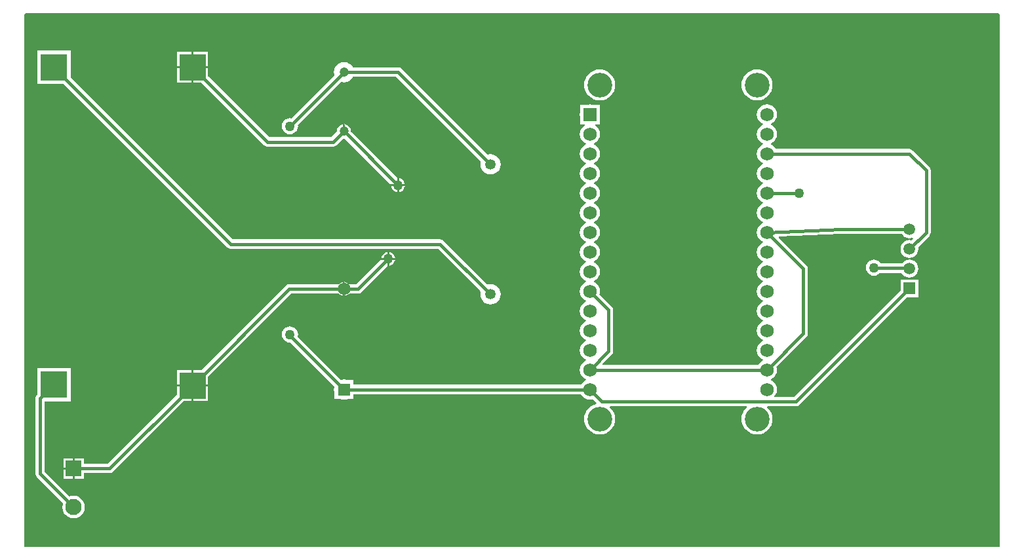
<source format=gbl>
G04*
G04 #@! TF.GenerationSoftware,Altium Limited,Altium Designer,24.1.2 (44)*
G04*
G04 Layer_Physical_Order=2*
G04 Layer_Color=16711680*
%FSLAX44Y44*%
%MOMM*%
G71*
G04*
G04 #@! TF.SameCoordinates,79612F31-D5A8-4C31-8A46-0FB93C1D3082*
G04*
G04*
G04 #@! TF.FilePolarity,Positive*
G04*
G01*
G75*
%ADD26C,0.4000*%
%ADD27C,1.3500*%
%ADD28R,1.5000X1.5000*%
%ADD29C,1.5000*%
%ADD30C,1.2000*%
%ADD31R,1.6500X1.6500*%
%ADD32C,1.6500*%
%ADD33R,2.1000X2.1000*%
%ADD34C,2.1000*%
%ADD35R,1.7526X1.7526*%
%ADD36C,1.7526*%
%ADD37C,3.2000*%
%ADD38R,3.5000X3.5000*%
%ADD39C,1.2700*%
G36*
X1259840Y688122D02*
Y0D01*
X0D01*
Y688122D01*
X1488Y689610D01*
X1258352D01*
X1259840Y688122D01*
D02*
G37*
%LPC*%
G36*
X237210Y639800D02*
X218440D01*
Y621030D01*
X237210D01*
Y639800D01*
D02*
G37*
G36*
X215900D02*
X197130D01*
Y621030D01*
X215900D01*
Y639800D01*
D02*
G37*
G36*
Y618490D02*
X197130D01*
Y599720D01*
X215900D01*
Y618490D01*
D02*
G37*
G36*
X946150Y616997D02*
X942229Y616611D01*
X938459Y615467D01*
X934985Y613610D01*
X931939Y611111D01*
X929440Y608065D01*
X927583Y604591D01*
X926439Y600821D01*
X926053Y596900D01*
X926439Y592979D01*
X927583Y589209D01*
X929440Y585735D01*
X931939Y582689D01*
X934985Y580190D01*
X938459Y578333D01*
X942229Y577189D01*
X946150Y576803D01*
X950071Y577189D01*
X953841Y578333D01*
X957315Y580190D01*
X960361Y582689D01*
X962860Y585735D01*
X964717Y589209D01*
X965861Y592979D01*
X966247Y596900D01*
X965861Y600821D01*
X964717Y604591D01*
X962860Y608065D01*
X960361Y611111D01*
X957315Y613610D01*
X953841Y615467D01*
X950071Y616611D01*
X946150Y616997D01*
D02*
G37*
G36*
X742950D02*
X739029Y616611D01*
X735259Y615467D01*
X731785Y613610D01*
X728739Y611111D01*
X726240Y608065D01*
X724383Y604591D01*
X723239Y600821D01*
X722853Y596900D01*
X723239Y592979D01*
X724383Y589209D01*
X726240Y585735D01*
X728739Y582689D01*
X731785Y580190D01*
X735259Y578333D01*
X739029Y577189D01*
X742950Y576803D01*
X746871Y577189D01*
X750641Y578333D01*
X754115Y580190D01*
X757161Y582689D01*
X759660Y585735D01*
X761517Y589209D01*
X762661Y592979D01*
X763047Y596900D01*
X762661Y600821D01*
X761517Y604591D01*
X759660Y608065D01*
X757161Y611111D01*
X754115Y613610D01*
X750641Y615467D01*
X746871Y616611D01*
X742950Y616997D01*
D02*
G37*
G36*
X412750Y626522D02*
X409356Y626075D01*
X406194Y624766D01*
X403478Y622682D01*
X401395Y619966D01*
X400085Y616804D01*
X399638Y613410D01*
X400085Y610016D01*
X400266Y609578D01*
X344480Y553791D01*
X342900Y553999D01*
X340198Y553644D01*
X337680Y552601D01*
X335518Y550942D01*
X333859Y548780D01*
X332816Y546262D01*
X332461Y543560D01*
X332816Y540858D01*
X333859Y538340D01*
X335518Y536178D01*
X337680Y534519D01*
X340198Y533476D01*
X342900Y533121D01*
X345602Y533476D01*
X348120Y534519D01*
X350282Y536178D01*
X351941Y538340D01*
X352984Y540858D01*
X353339Y543560D01*
X353131Y545140D01*
X408918Y600926D01*
X409356Y600745D01*
X412750Y600298D01*
X416144Y600745D01*
X419306Y602054D01*
X422022Y604138D01*
X424105Y606854D01*
X424287Y607293D01*
X480246D01*
X589496Y498042D01*
X589315Y497603D01*
X588868Y494210D01*
X589315Y490816D01*
X590625Y487654D01*
X592708Y484938D01*
X595424Y482854D01*
X598586Y481544D01*
X601980Y481098D01*
X605374Y481544D01*
X608536Y482854D01*
X611252Y484938D01*
X613335Y487654D01*
X614645Y490816D01*
X615092Y494210D01*
X614645Y497603D01*
X613335Y500766D01*
X611252Y503481D01*
X608536Y505565D01*
X605374Y506875D01*
X601980Y507322D01*
X598586Y506875D01*
X598148Y506693D01*
X487106Y617736D01*
X485121Y619062D01*
X482780Y619528D01*
X424287D01*
X424105Y619966D01*
X422022Y622682D01*
X419306Y624766D01*
X416144Y626075D01*
X412750Y626522D01*
D02*
G37*
G36*
X483870Y476160D02*
Y468630D01*
X491399D01*
X491261Y469681D01*
X490365Y471843D01*
X488940Y473700D01*
X487083Y475125D01*
X484921Y476021D01*
X483870Y476160D01*
D02*
G37*
G36*
X237210Y618490D02*
X218440D01*
Y599720D01*
X228559D01*
X309364Y518914D01*
X311349Y517588D01*
X313690Y517122D01*
X398780D01*
X401121Y517588D01*
X403106Y518914D01*
X412373Y528182D01*
X412750Y528132D01*
X413127Y528182D01*
X472678Y468630D01*
X481330D01*
Y477281D01*
X421778Y536833D01*
X421828Y537210D01*
X421518Y539560D01*
X420611Y541749D01*
X419169Y543629D01*
X417289Y545071D01*
X415099Y545978D01*
X412750Y546288D01*
X410401Y545978D01*
X408211Y545071D01*
X406331Y543629D01*
X404888Y541749D01*
X403982Y539560D01*
X403672Y537210D01*
X403722Y536833D01*
X396246Y529357D01*
X316224D01*
X237210Y608372D01*
Y618490D01*
D02*
G37*
G36*
X491399Y466090D02*
X483870D01*
Y458560D01*
X484921Y458699D01*
X487083Y459595D01*
X488940Y461020D01*
X490365Y462877D01*
X491261Y465039D01*
X491399Y466090D01*
D02*
G37*
G36*
X481330D02*
X473801D01*
X473939Y465039D01*
X474835Y462877D01*
X476260Y461020D01*
X478117Y459595D01*
X480279Y458699D01*
X481330Y458560D01*
Y466090D01*
D02*
G37*
G36*
X471170Y380910D02*
Y373380D01*
X478699D01*
X478561Y374431D01*
X477665Y376593D01*
X476240Y378450D01*
X474383Y379875D01*
X472221Y380771D01*
X471170Y380910D01*
D02*
G37*
G36*
X468630D02*
X467579Y380771D01*
X465417Y379875D01*
X463560Y378450D01*
X462135Y376593D01*
X461239Y374431D01*
X461101Y373380D01*
X468630D01*
Y380910D01*
D02*
G37*
G36*
X478699Y370840D02*
X471170D01*
Y363311D01*
X472221Y363449D01*
X474383Y364345D01*
X476240Y365770D01*
X477665Y367627D01*
X478561Y369789D01*
X478699Y370840D01*
D02*
G37*
G36*
X1097280Y371119D02*
X1094578Y370764D01*
X1092060Y369721D01*
X1089898Y368062D01*
X1088239Y365900D01*
X1087196Y363382D01*
X1086841Y360680D01*
X1087196Y357978D01*
X1088239Y355460D01*
X1089898Y353298D01*
X1092060Y351639D01*
X1094578Y350596D01*
X1097280Y350241D01*
X1099982Y350596D01*
X1102500Y351639D01*
X1104662Y353298D01*
X1105145Y353927D01*
X1132823D01*
X1132955Y353610D01*
X1134798Y351208D01*
X1137200Y349365D01*
X1139998Y348206D01*
X1143000Y347811D01*
X1146002Y348206D01*
X1148800Y349365D01*
X1151202Y351208D01*
X1153045Y353610D01*
X1154204Y356408D01*
X1154599Y359410D01*
X1154204Y362412D01*
X1153045Y365210D01*
X1151202Y367612D01*
X1148800Y369455D01*
X1146002Y370614D01*
X1143000Y371009D01*
X1139998Y370614D01*
X1137200Y369455D01*
X1134798Y367612D01*
X1133686Y366162D01*
X1106119D01*
X1104662Y368062D01*
X1102500Y369721D01*
X1099982Y370764D01*
X1097280Y371119D01*
D02*
G37*
G36*
X468630Y370840D02*
X459978D01*
X428456Y339318D01*
X419400D01*
X419169Y339619D01*
X417289Y341062D01*
X415099Y341969D01*
X412750Y342278D01*
X410401Y341969D01*
X408211Y341062D01*
X406331Y339619D01*
X406100Y339318D01*
X342090D01*
X339749Y338852D01*
X337765Y337526D01*
X228559Y228320D01*
X218440D01*
Y209550D01*
X237210D01*
Y219669D01*
X344624Y327083D01*
X406100D01*
X406331Y326781D01*
X408211Y325339D01*
X410401Y324432D01*
X412750Y324123D01*
X415099Y324432D01*
X417289Y325339D01*
X419169Y326781D01*
X419400Y327083D01*
X430990D01*
X433331Y327548D01*
X435316Y328875D01*
X468630Y362188D01*
Y370840D01*
D02*
G37*
G36*
X59600Y641260D02*
X16600D01*
Y598260D01*
X50949D01*
X262374Y386834D01*
X264359Y385508D01*
X266700Y385042D01*
X534496D01*
X589496Y330042D01*
X589315Y329604D01*
X588868Y326210D01*
X589315Y322817D01*
X590625Y319654D01*
X592708Y316938D01*
X595424Y314855D01*
X598586Y313545D01*
X601980Y313098D01*
X605374Y313545D01*
X608536Y314855D01*
X611252Y316938D01*
X613335Y319654D01*
X614645Y322817D01*
X615092Y326210D01*
X614645Y329604D01*
X613335Y332766D01*
X611252Y335482D01*
X608536Y337566D01*
X605374Y338876D01*
X601980Y339322D01*
X598586Y338876D01*
X598148Y338694D01*
X541356Y395486D01*
X539371Y396812D01*
X537030Y397277D01*
X269234D01*
X59600Y606912D01*
Y641260D01*
D02*
G37*
G36*
X958850Y571912D02*
X955456Y571465D01*
X952294Y570155D01*
X949578Y568072D01*
X947495Y565356D01*
X946185Y562194D01*
X945738Y558800D01*
X946185Y555406D01*
X947495Y552244D01*
X949578Y549528D01*
X952294Y547444D01*
X953881Y546787D01*
Y545413D01*
X952294Y544756D01*
X949578Y542672D01*
X947495Y539956D01*
X946185Y536794D01*
X945738Y533400D01*
X946185Y530006D01*
X947495Y526844D01*
X949578Y524128D01*
X952294Y522044D01*
X953881Y521387D01*
Y520013D01*
X952294Y519356D01*
X949578Y517272D01*
X947495Y514556D01*
X946185Y511394D01*
X945738Y508000D01*
X946185Y504606D01*
X947495Y501444D01*
X949578Y498728D01*
X952294Y496645D01*
X953881Y495987D01*
Y494613D01*
X952294Y493955D01*
X949578Y491872D01*
X947495Y489156D01*
X946185Y485994D01*
X945738Y482600D01*
X946185Y479206D01*
X947495Y476044D01*
X949578Y473328D01*
X952294Y471245D01*
X953881Y470587D01*
Y469213D01*
X952294Y468555D01*
X949578Y466472D01*
X947495Y463756D01*
X946185Y460594D01*
X945738Y457200D01*
X946185Y453806D01*
X947495Y450644D01*
X949578Y447928D01*
X952294Y445844D01*
X953881Y445187D01*
Y443813D01*
X952294Y443156D01*
X949578Y441072D01*
X947495Y438356D01*
X946185Y435194D01*
X945738Y431800D01*
X946185Y428406D01*
X947495Y425244D01*
X949578Y422528D01*
X952294Y420444D01*
X953881Y419787D01*
Y418413D01*
X952294Y417756D01*
X949578Y415672D01*
X947495Y412956D01*
X946185Y409794D01*
X945738Y406400D01*
X946185Y403006D01*
X947495Y399844D01*
X949578Y397128D01*
X952294Y395045D01*
X953881Y394387D01*
Y393013D01*
X952294Y392355D01*
X949578Y390272D01*
X947495Y387556D01*
X946185Y384394D01*
X945738Y381000D01*
X946185Y377606D01*
X947495Y374444D01*
X949578Y371728D01*
X952294Y369645D01*
X953881Y368987D01*
Y367613D01*
X952294Y366955D01*
X949578Y364872D01*
X947495Y362156D01*
X946185Y358994D01*
X945738Y355600D01*
X946185Y352206D01*
X947495Y349044D01*
X949578Y346328D01*
X952294Y344244D01*
X953881Y343587D01*
Y342213D01*
X952294Y341555D01*
X949578Y339472D01*
X947495Y336756D01*
X946185Y333594D01*
X945738Y330200D01*
X946185Y326806D01*
X947495Y323644D01*
X949578Y320928D01*
X952294Y318845D01*
X953881Y318187D01*
Y316813D01*
X952294Y316155D01*
X949578Y314072D01*
X947495Y311356D01*
X946185Y308194D01*
X945738Y304800D01*
X946185Y301406D01*
X947495Y298244D01*
X949578Y295528D01*
X952294Y293444D01*
X953881Y292787D01*
Y291413D01*
X952294Y290756D01*
X949578Y288672D01*
X947495Y285956D01*
X946185Y282794D01*
X945738Y279400D01*
X946185Y276006D01*
X947495Y272844D01*
X949578Y270128D01*
X952294Y268044D01*
X953881Y267387D01*
Y266013D01*
X952294Y265355D01*
X949578Y263272D01*
X947495Y260556D01*
X946185Y257394D01*
X945738Y254000D01*
X946185Y250606D01*
X947495Y247444D01*
X949578Y244728D01*
X952294Y242645D01*
X953881Y241987D01*
Y240613D01*
X952294Y239956D01*
X949578Y237872D01*
X947495Y235156D01*
X947313Y234718D01*
X746678D01*
X746192Y235891D01*
X758706Y248404D01*
X760032Y250389D01*
X760498Y252730D01*
Y306070D01*
X760032Y308411D01*
X758706Y310396D01*
X742734Y326368D01*
X742915Y326806D01*
X743362Y330200D01*
X742915Y333594D01*
X741606Y336756D01*
X739522Y339472D01*
X736806Y341555D01*
X735219Y342213D01*
Y343587D01*
X736806Y344244D01*
X739522Y346328D01*
X741606Y349044D01*
X742915Y352206D01*
X743362Y355600D01*
X742915Y358994D01*
X741606Y362156D01*
X739522Y364872D01*
X736806Y366955D01*
X735219Y367613D01*
Y368987D01*
X736806Y369645D01*
X739522Y371728D01*
X741606Y374444D01*
X742915Y377606D01*
X743362Y381000D01*
X742915Y384394D01*
X741606Y387556D01*
X739522Y390272D01*
X736806Y392355D01*
X735219Y393013D01*
Y394387D01*
X736806Y395045D01*
X739522Y397128D01*
X741606Y399844D01*
X742915Y403006D01*
X743362Y406400D01*
X742915Y409794D01*
X741606Y412956D01*
X739522Y415672D01*
X736806Y417756D01*
X735219Y418413D01*
Y419787D01*
X736806Y420444D01*
X739522Y422528D01*
X741606Y425244D01*
X742915Y428406D01*
X743362Y431800D01*
X742915Y435194D01*
X741606Y438356D01*
X739522Y441072D01*
X736806Y443156D01*
X735219Y443813D01*
Y445187D01*
X736806Y445844D01*
X739522Y447928D01*
X741606Y450644D01*
X742915Y453806D01*
X743362Y457200D01*
X742915Y460594D01*
X741606Y463756D01*
X739522Y466472D01*
X736806Y468555D01*
X735219Y469213D01*
Y470587D01*
X736806Y471245D01*
X739522Y473328D01*
X741606Y476044D01*
X742915Y479206D01*
X743362Y482600D01*
X742915Y485994D01*
X741606Y489156D01*
X739522Y491872D01*
X736806Y493955D01*
X735219Y494613D01*
Y495987D01*
X736806Y496645D01*
X739522Y498728D01*
X741606Y501444D01*
X742915Y504606D01*
X743362Y508000D01*
X742915Y511394D01*
X741606Y514556D01*
X739522Y517272D01*
X736806Y519356D01*
X735219Y520013D01*
Y521387D01*
X736806Y522044D01*
X739522Y524128D01*
X741606Y526844D01*
X742915Y530006D01*
X743362Y533400D01*
X742915Y536794D01*
X741606Y539956D01*
X739522Y542672D01*
X736806Y544756D01*
X736719Y544791D01*
X736967Y546037D01*
X743013D01*
Y556148D01*
X743362Y558800D01*
X743013Y561452D01*
Y571563D01*
X732902D01*
X730250Y571912D01*
X727598Y571563D01*
X717487D01*
Y561452D01*
X717138Y558800D01*
X717487Y556148D01*
Y546037D01*
X723533D01*
X723781Y544791D01*
X723694Y544756D01*
X720978Y542672D01*
X718895Y539956D01*
X717585Y536794D01*
X717138Y533400D01*
X717585Y530006D01*
X718895Y526844D01*
X720978Y524128D01*
X723694Y522044D01*
X725281Y521387D01*
Y520013D01*
X723694Y519356D01*
X720978Y517272D01*
X718895Y514556D01*
X717585Y511394D01*
X717138Y508000D01*
X717585Y504606D01*
X718895Y501444D01*
X720978Y498728D01*
X723694Y496645D01*
X725281Y495987D01*
Y494613D01*
X723694Y493955D01*
X720978Y491872D01*
X718895Y489156D01*
X717585Y485994D01*
X717138Y482600D01*
X717585Y479206D01*
X718895Y476044D01*
X720978Y473328D01*
X723694Y471245D01*
X725281Y470587D01*
Y469213D01*
X723694Y468555D01*
X720978Y466472D01*
X718895Y463756D01*
X717585Y460594D01*
X717138Y457200D01*
X717585Y453806D01*
X718895Y450644D01*
X720978Y447928D01*
X723694Y445844D01*
X725281Y445187D01*
Y443813D01*
X723694Y443156D01*
X720978Y441072D01*
X718895Y438356D01*
X717585Y435194D01*
X717138Y431800D01*
X717585Y428406D01*
X718895Y425244D01*
X720978Y422528D01*
X723694Y420444D01*
X725281Y419787D01*
Y418413D01*
X723694Y417756D01*
X720978Y415672D01*
X718895Y412956D01*
X717585Y409794D01*
X717138Y406400D01*
X717585Y403006D01*
X718895Y399844D01*
X720978Y397128D01*
X723694Y395045D01*
X725281Y394387D01*
Y393013D01*
X723694Y392355D01*
X720978Y390272D01*
X718895Y387556D01*
X717585Y384394D01*
X717138Y381000D01*
X717585Y377606D01*
X718895Y374444D01*
X720978Y371728D01*
X723694Y369645D01*
X725281Y368987D01*
Y367613D01*
X723694Y366955D01*
X720978Y364872D01*
X718895Y362156D01*
X717585Y358994D01*
X717138Y355600D01*
X717585Y352206D01*
X718895Y349044D01*
X720978Y346328D01*
X723694Y344244D01*
X725281Y343587D01*
Y342213D01*
X723694Y341555D01*
X720978Y339472D01*
X718895Y336756D01*
X717585Y333594D01*
X717138Y330200D01*
X717585Y326806D01*
X718895Y323644D01*
X720978Y320928D01*
X723694Y318845D01*
X725281Y318187D01*
Y316813D01*
X723694Y316155D01*
X720978Y314072D01*
X718895Y311356D01*
X717585Y308194D01*
X717138Y304800D01*
X717585Y301406D01*
X718895Y298244D01*
X720978Y295528D01*
X723694Y293444D01*
X725281Y292787D01*
Y291413D01*
X723694Y290756D01*
X720978Y288672D01*
X718895Y285956D01*
X717585Y282794D01*
X717138Y279400D01*
X717585Y276006D01*
X718895Y272844D01*
X720978Y270128D01*
X723694Y268044D01*
X725281Y267387D01*
Y266013D01*
X723694Y265355D01*
X720978Y263272D01*
X718895Y260556D01*
X717585Y257394D01*
X717138Y254000D01*
X717585Y250606D01*
X718895Y247444D01*
X720978Y244728D01*
X723694Y242645D01*
X725281Y241987D01*
Y240613D01*
X723694Y239956D01*
X720978Y237872D01*
X718895Y235156D01*
X717585Y231994D01*
X717138Y228600D01*
X717585Y225206D01*
X718895Y222044D01*
X720978Y219328D01*
X723694Y217244D01*
X725281Y216587D01*
Y215213D01*
X723694Y214555D01*
X720978Y212472D01*
X718895Y209756D01*
X718713Y209317D01*
X425000D01*
Y215450D01*
X417146D01*
X416144Y215865D01*
X412750Y216312D01*
X409356Y215865D01*
X408918Y215684D01*
X352984Y271618D01*
X352984Y271618D01*
X353339Y274320D01*
X352984Y277022D01*
X351941Y279540D01*
X350282Y281702D01*
X348120Y283361D01*
X345602Y284404D01*
X342900Y284759D01*
X340198Y284404D01*
X337680Y283361D01*
X335518Y281702D01*
X333859Y279540D01*
X332816Y277022D01*
X332461Y274320D01*
X332816Y271618D01*
X333859Y269100D01*
X335518Y266938D01*
X337680Y265279D01*
X340198Y264236D01*
X342900Y263881D01*
X343358Y263941D01*
X400266Y207032D01*
X400085Y206594D01*
X399638Y203200D01*
X400085Y199806D01*
X400500Y198804D01*
Y190950D01*
X408354D01*
X409356Y190535D01*
X412750Y190088D01*
X416144Y190535D01*
X417146Y190950D01*
X425000D01*
Y197083D01*
X718713D01*
X718895Y196644D01*
X720978Y193928D01*
X723694Y191845D01*
X726856Y190535D01*
X730250Y190088D01*
X733644Y190535D01*
X734082Y190716D01*
X738785Y186014D01*
X738387Y184616D01*
X735259Y183667D01*
X731785Y181810D01*
X728739Y179311D01*
X726240Y176265D01*
X724383Y172791D01*
X723239Y169021D01*
X722853Y165100D01*
X723239Y161179D01*
X724383Y157409D01*
X726240Y153935D01*
X728739Y150889D01*
X731785Y148390D01*
X735259Y146533D01*
X739029Y145389D01*
X742950Y145003D01*
X746871Y145389D01*
X750641Y146533D01*
X754115Y148390D01*
X757161Y150889D01*
X759660Y153935D01*
X761517Y157409D01*
X762661Y161179D01*
X763047Y165100D01*
X762661Y169021D01*
X761517Y172791D01*
X759660Y176265D01*
X757161Y179311D01*
X756152Y180139D01*
X756579Y181334D01*
X932521D01*
X932949Y180139D01*
X931939Y179311D01*
X929440Y176265D01*
X927583Y172791D01*
X926439Y169021D01*
X926053Y165100D01*
X926439Y161179D01*
X927583Y157409D01*
X929440Y153935D01*
X931939Y150889D01*
X934985Y148390D01*
X938459Y146533D01*
X942229Y145389D01*
X946150Y145003D01*
X950071Y145389D01*
X953841Y146533D01*
X957315Y148390D01*
X960361Y150889D01*
X962860Y153935D01*
X964717Y157409D01*
X965861Y161179D01*
X966247Y165100D01*
X965861Y169021D01*
X964717Y172791D01*
X962860Y176265D01*
X960361Y179311D01*
X959352Y180139D01*
X959779Y181334D01*
X996442D01*
X998783Y181800D01*
X1000768Y183126D01*
X1140152Y322510D01*
X1154500D01*
Y345510D01*
X1131500D01*
Y331161D01*
X993908Y193570D01*
X969447D01*
X968821Y194839D01*
X970206Y196644D01*
X971515Y199806D01*
X971962Y203200D01*
X971515Y206594D01*
X970206Y209756D01*
X968122Y212472D01*
X965406Y214555D01*
X963819Y215213D01*
Y216587D01*
X965406Y217244D01*
X968122Y219328D01*
X970206Y222044D01*
X971515Y225206D01*
X971962Y228600D01*
X971515Y231994D01*
X971334Y232432D01*
X1010166Y271264D01*
X1011492Y273249D01*
X1011957Y275590D01*
Y359410D01*
X1011492Y361751D01*
X1010166Y363736D01*
X974180Y399722D01*
X974643Y400904D01*
X1054984Y404092D01*
X1133199D01*
X1134798Y402008D01*
X1137200Y400165D01*
X1139998Y399006D01*
X1143000Y398611D01*
X1146002Y399006D01*
X1147276Y399534D01*
X1147996Y398457D01*
X1145605Y396066D01*
X1143000Y396409D01*
X1139998Y396014D01*
X1137200Y394855D01*
X1134798Y393012D01*
X1132955Y390610D01*
X1131796Y387812D01*
X1131401Y384810D01*
X1131796Y381808D01*
X1132955Y379010D01*
X1134798Y376608D01*
X1137200Y374765D01*
X1139998Y373606D01*
X1143000Y373211D01*
X1146002Y373606D01*
X1148800Y374765D01*
X1151202Y376608D01*
X1153045Y379010D01*
X1154204Y381808D01*
X1154599Y384810D01*
X1154256Y387415D01*
X1168916Y402074D01*
X1170242Y404059D01*
X1170707Y406400D01*
Y486410D01*
X1170242Y488751D01*
X1168916Y490736D01*
X1147326Y512326D01*
X1145341Y513652D01*
X1143000Y514118D01*
X970387D01*
X970206Y514556D01*
X968122Y517272D01*
X965406Y519356D01*
X963819Y520013D01*
Y521387D01*
X965406Y522044D01*
X968122Y524128D01*
X970206Y526844D01*
X971515Y530006D01*
X971962Y533400D01*
X971515Y536794D01*
X970206Y539956D01*
X968122Y542672D01*
X965406Y544756D01*
X963819Y545413D01*
Y546787D01*
X965406Y547444D01*
X968122Y549528D01*
X970206Y552244D01*
X971515Y555406D01*
X971962Y558800D01*
X971515Y562194D01*
X970206Y565356D01*
X968122Y568072D01*
X965406Y570155D01*
X962244Y571465D01*
X958850Y571912D01*
D02*
G37*
G36*
X215900Y228320D02*
X197130D01*
Y209550D01*
X215900D01*
Y228320D01*
D02*
G37*
G36*
X237210Y207010D02*
X218440D01*
Y188240D01*
X237210D01*
Y207010D01*
D02*
G37*
G36*
X215900D02*
X197130D01*
Y196891D01*
X107556Y107318D01*
X76540D01*
Y114240D01*
X64770D01*
Y101200D01*
Y88160D01*
X76540D01*
Y95083D01*
X110090D01*
X112431Y95548D01*
X114416Y96875D01*
X205781Y188240D01*
X215900D01*
Y207010D01*
D02*
G37*
G36*
X62230Y114240D02*
X50460D01*
Y102470D01*
X62230D01*
Y114240D01*
D02*
G37*
G36*
Y99930D02*
X50460D01*
Y88160D01*
X62230D01*
Y99930D01*
D02*
G37*
G36*
X59600Y231050D02*
X16600D01*
Y196702D01*
X15994Y196096D01*
X14668Y194111D01*
X14203Y191770D01*
Y94380D01*
X14668Y92039D01*
X15994Y90054D01*
X49868Y56180D01*
X49373Y54985D01*
X48875Y51200D01*
X49373Y47414D01*
X50834Y43887D01*
X53158Y40858D01*
X56187Y38534D01*
X59715Y37073D01*
X63500Y36575D01*
X67285Y37073D01*
X70813Y38534D01*
X73842Y40858D01*
X76166Y43887D01*
X77627Y47414D01*
X78125Y51200D01*
X77627Y54985D01*
X76166Y58512D01*
X73842Y61541D01*
X70813Y63865D01*
X67285Y65327D01*
X63500Y65825D01*
X59715Y65327D01*
X58520Y64832D01*
X26437Y96914D01*
Y188050D01*
X59600D01*
Y231050D01*
D02*
G37*
%LPD*%
G36*
X414020Y546120D02*
Y537210D01*
X411480D01*
Y546120D01*
X412750Y546287D01*
X414020Y546120D01*
D02*
G37*
G36*
Y342110D02*
Y333200D01*
Y324290D01*
X412750Y324123D01*
X411480Y324290D01*
Y333200D01*
Y342110D01*
X412750Y342278D01*
X414020Y342110D01*
D02*
G37*
D26*
X754380Y252730D02*
Y306070D01*
X730250Y228600D02*
X754380Y252730D01*
X730250Y330200D02*
X754380Y306070D01*
X958850Y457200D02*
X1000760D01*
X1142365Y360045D02*
X1143000Y359410D01*
X1097915Y360045D02*
X1142365D01*
X1097280Y360680D02*
X1097915Y360045D01*
X1054862Y410210D02*
X1143000D01*
X958850Y406400D02*
X1054862Y410210D01*
X958850Y406400D02*
X1005840Y359410D01*
X412750Y333200D02*
X430990D01*
X469900Y372110D01*
X412750Y537210D02*
X482600Y467360D01*
X537030Y391160D02*
X601980Y326210D01*
X38100Y619760D02*
X266700Y391160D01*
X537030D01*
X342900Y543560D02*
X412750Y613410D01*
X217170Y619760D02*
X313690Y523240D01*
X398780D02*
X412750Y537210D01*
X313690Y523240D02*
X398780D01*
X342900Y273050D02*
Y274320D01*
Y273050D02*
X412750Y203200D01*
X20320Y191770D02*
X38100Y209550D01*
X20320Y94380D02*
X63500Y51200D01*
X20320Y94380D02*
Y191770D01*
X958850Y228600D02*
X1005840Y275590D01*
Y359410D01*
X1143000Y508000D02*
X1164590Y486410D01*
Y406400D02*
Y486410D01*
X1143000Y384810D02*
X1164590Y406400D01*
X958850Y508000D02*
X1143000D01*
X996442Y187452D02*
X1143000Y334010D01*
X745998Y187452D02*
X996442D01*
X730250Y203200D02*
X745998Y187452D01*
X482780Y613410D02*
X601980Y494210D01*
X412750Y613410D02*
X482780D01*
X342090Y333200D02*
X412750D01*
X217170Y208280D02*
X342090Y333200D01*
X110090Y101200D02*
X217170Y208280D01*
X63500Y101200D02*
X110090D01*
X412750Y203200D02*
X730250D01*
Y228600D02*
X958850D01*
D27*
X601980Y326210D02*
D03*
Y494210D02*
D03*
D28*
X1143000Y334010D02*
D03*
D29*
Y359410D02*
D03*
Y384810D02*
D03*
Y410210D02*
D03*
D30*
X412750Y613410D02*
D03*
Y537210D02*
D03*
D31*
Y203200D02*
D03*
D32*
Y333200D02*
D03*
D33*
X63500Y101200D02*
D03*
D34*
Y51200D02*
D03*
D35*
X730250Y558800D02*
D03*
D36*
Y533400D02*
D03*
Y508000D02*
D03*
Y482600D02*
D03*
Y457200D02*
D03*
Y431800D02*
D03*
Y406400D02*
D03*
Y381000D02*
D03*
Y355600D02*
D03*
Y330200D02*
D03*
Y304800D02*
D03*
Y279400D02*
D03*
Y254000D02*
D03*
Y228600D02*
D03*
Y203200D02*
D03*
X958850Y558800D02*
D03*
Y533400D02*
D03*
Y508000D02*
D03*
Y482600D02*
D03*
Y457200D02*
D03*
Y431800D02*
D03*
Y406400D02*
D03*
Y381000D02*
D03*
Y355600D02*
D03*
Y330200D02*
D03*
Y304800D02*
D03*
Y279400D02*
D03*
Y254000D02*
D03*
Y228600D02*
D03*
Y203200D02*
D03*
D37*
X742950Y596900D02*
D03*
X946150D02*
D03*
Y165100D02*
D03*
X742950D02*
D03*
D38*
X38100Y209550D02*
D03*
X217170Y208280D02*
D03*
Y619760D02*
D03*
X38100D02*
D03*
D39*
X1000760Y457200D02*
D03*
X1097280Y360680D02*
D03*
X469900Y372110D02*
D03*
X482600Y467360D02*
D03*
X342900Y543560D02*
D03*
Y274320D02*
D03*
M02*

</source>
